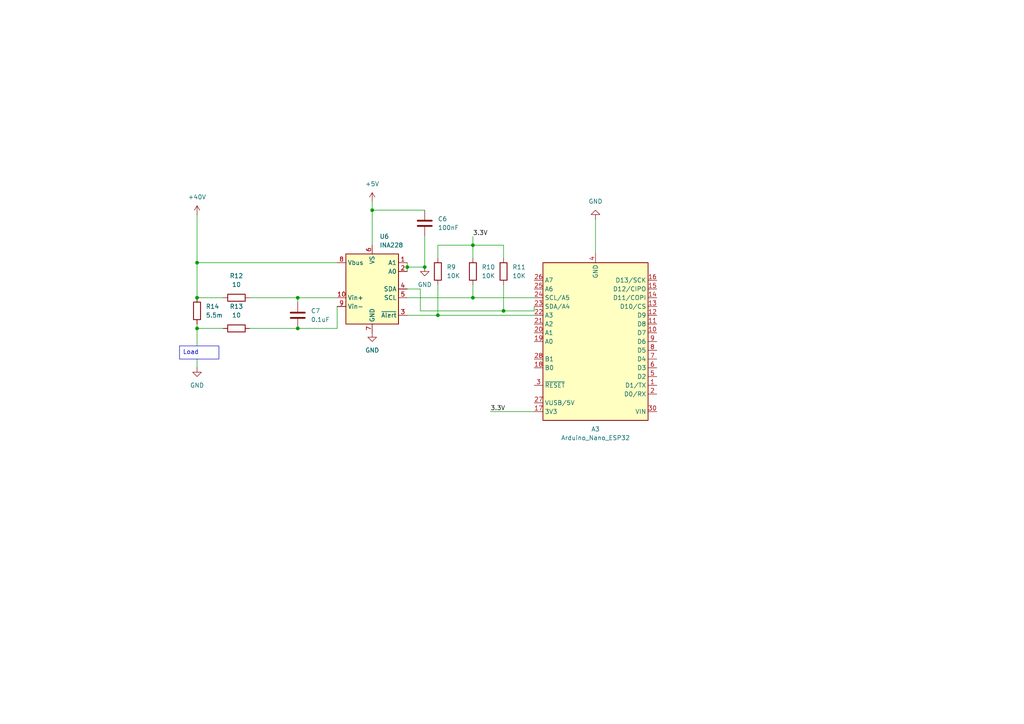
<source format=kicad_sch>
(kicad_sch (version 20250114) (generator "eeschema") (generator_version "9.0")
  (paper "A4")
  (lib_symbols
    (symbol "Device:C" (pin_numbers (hide yes)) (pin_names (offset 0.254))
      (property "Reference" "C" (at 0.635 2.54 0))
      (property "Value" "C" (at 0.635 -2.54 0))
      (symbol "C_0_1"
        (polyline (pts (xy -2.032 0.762) (xy 2.032 0.762)) (stroke (width 0.508)))
        (polyline (pts (xy -2.032 -0.762) (xy 2.032 -0.762)) (stroke (width 0.508)))
      )
      (symbol "C_1_1"
        (pin passive line (at 0 3.81 270) (length 2.794) (name "~") (number "1"))
        (pin passive line (at 0 -3.81 90) (length 2.794) (name "~") (number "2"))
      )
    )
    (symbol "Device:R" (pin_numbers (hide yes)) (pin_names (offset 0))
      (property "Reference" "R" (at 2.032 0 90))
      (property "Value" "R" (at 0 0 90))
      (symbol "R_0_1"
        (rectangle (start -1.016 -2.54) (end 1.016 2.54) (stroke (width 0.254)))
      )
      (symbol "R_1_1"
        (pin passive line (at 0 3.81 270) (length 1.27) (name "~") (number "1"))
        (pin passive line (at 0 -3.81 90) (length 1.27) (name "~") (number "2"))
      )
    )
    (symbol "MCU_Module:Arduino_Nano_ESP32"
      (property "Reference" "A" (at -14.986 23.622 0))
      (property "Value" "Arduino_Nano_ESP32" (at 3.81 -25.654 0))
      (symbol "Arduino_Nano_ESP32_0_1"
        (rectangle (start -15.24 22.86) (end 15.24 -22.86) (stroke (width 0.254)) (fill (type background)))
      )
      (symbol "Arduino_Nano_ESP32_1_1"
        (pin power_in line (at -17.78 20.32 0) (length 2.54) (name "VIN") (number "30"))
        (pin bidirectional line (at -17.78 15.24 0) (length 2.54) (name "D0/RX") (number "2"))
        (pin bidirectional line (at -17.78 12.7 0) (length 2.54) (name "D1/TX") (number "1"))
        (pin bidirectional line (at -17.78 10.16 0) (length 2.54) (name "D2") (number "5"))
        (pin bidirectional line (at -17.78 7.62 0) (length 2.54) (name "D3") (number "6"))
        (pin bidirectional line (at -17.78 5.08 0) (length 2.54) (name "D4") (number "7"))
        (pin bidirectional line (at -17.78 2.54 0) (length 2.54) (name "D5") (number "8"))
        (pin bidirectional line (at -17.78 0 0) (length 2.54) (name "D6") (number "9"))
        (pin bidirectional line (at -17.78 -2.54 0) (length 2.54) (name "D7") (number "10"))
        (pin bidirectional line (at -17.78 -5.08 0) (length 2.54) (name "D8") (number "11"))
        (pin bidirectional line (at -17.78 -7.62 0) (length 2.54) (name "D9") (number "12"))
        (pin bidirectional line (at -17.78 -10.16 0) (length 2.54) (name "D10/CS") (number "13"))
        (pin bidirectional line (at -17.78 -12.7 0) (length 2.54) (name "D11/COPI") (number "14"))
        (pin bidirectional line (at -17.78 -15.24 0) (length 2.54) (name "D12/CIPO") (number "15"))
        (pin bidirectional line (at -17.78 -17.78 0) (length 2.54) (name "D13/SCK") (number "16"))
        (pin passive line (at 0 -25.4 90) (length 2.54) (hide yes) (name "GND") (number "29"))
        (pin power_in line (at 0 -25.4 90) (length 2.54) (name "GND") (number "4"))
        (pin power_out line (at 17.78 20.32 180) (length 2.54) (name "3V3") (number "17"))
        (pin power_out line (at 17.78 17.78 180) (length 2.54) (name "VUSB/5V") (number "27"))
        (pin input line (at 17.78 12.7 180) (length 2.54) (name "~{RESET}") (number "3"))
        (pin bidirectional line (at 17.78 7.62 180) (length 2.54) (name "B0") (number "18"))
        (pin bidirectional line (at 17.78 5.08 180) (length 2.54) (name "B1") (number "28"))
        (pin bidirectional line (at 17.78 0 180) (length 2.54) (name "A0") (number "19"))
        (pin bidirectional line (at 17.78 -2.54 180) (length 2.54) (name "A1") (number "20"))
        (pin bidirectional line (at 17.78 -5.08 180) (length 2.54) (name "A2") (number "21"))
        (pin bidirectional line (at 17.78 -7.62 180) (length 2.54) (name "A3") (number "22"))
        (pin bidirectional line (at 17.78 -10.16 180) (length 2.54) (name "SDA/A4") (number "23"))
        (pin bidirectional line (at 17.78 -12.7 180) (length 2.54) (name "SCL/A5") (number "24"))
        (pin bidirectional line (at 17.78 -15.24 180) (length 2.54) (name "A6") (number "25"))
        (pin bidirectional line (at 17.78 -17.78 180) (length 2.54) (name "A7") (number "26"))
      )
    )
    (symbol "Sensor_Energy:INA228"
      (property "Reference" "U" (at -6.35 11.43 0))
      (property "Value" "INA228" (at 3.81 11.43 0))
      (symbol "INA228_0_1"
        (rectangle (start 7.62 10.16) (end -7.62 -10.16) (stroke (width 0.254)) (fill (type background)))
      )
      (symbol "INA228_1_1"
        (pin input line (at -10.16 7.62 0) (length 2.54) (name "Vbus") (number "8"))
        (pin input line (at -10.16 -2.54 0) (length 2.54) (name "Vin+") (number "10"))
        (pin input line (at -10.16 -5.08 0) (length 2.54) (name "Vin-") (number "9"))
        (pin power_in line (at 0 12.7 270) (length 2.54) (name "VS") (number "6"))
        (pin power_in line (at 0 -12.7 90) (length 2.54) (name "GND") (number "7"))
        (pin input line (at 10.16 7.62 180) (length 2.54) (name "A1") (number "1"))
        (pin input line (at 10.16 5.08 180) (length 2.54) (name "A0") (number "2"))
        (pin bidirectional line (at 10.16 0 180) (length 2.54) (name "SDA") (number "4"))
        (pin input line (at 10.16 -2.54 180) (length 2.54) (name "SCL") (number "5"))
        (pin open_collector line (at 10.16 -7.62 180) (length 2.54) (name "~{Alert}") (number "3"))
      )
    )
    (symbol "power:+48V" (power) (pin_numbers (hide yes)) (pin_names (offset 0) (hide yes))
      (property "Value" "+48V" (at 0 3.556 0))
      (symbol "+48V_0_1"
        (polyline (pts (xy -0.762 1.27) (xy 0 2.54)))
        (polyline (pts (xy 0 2.54) (xy 0.762 1.27)))
        (polyline (pts (xy 0 0) (xy 0 2.54)))
      )
      (symbol "+48V_1_1"
        (pin power_in line (at 0 0 90) (length 0) (name "~") (number "1"))
      )
    )
    (symbol "power:+5V" (power) (pin_numbers (hide yes)) (pin_names (offset 0) (hide yes))
      (property "Value" "+5V" (at 0 3.556 0))
      (symbol "+5V_0_1"
        (polyline (pts (xy -0.762 1.27) (xy 0 2.54)))
        (polyline (pts (xy 0 2.54) (xy 0.762 1.27)))
        (polyline (pts (xy 0 0) (xy 0 2.54)))
      )
      (symbol "+5V_1_1"
        (pin power_in line (at 0 0 90) (length 0) (name "~") (number "1"))
      )
    )
    (symbol "power:GND" (power) (pin_numbers (hide yes)) (pin_names (offset 0) (hide yes))
      (property "Value" "GND" (at 0 -3.81 0))
      (symbol "GND_0_1"
        (polyline (pts (xy 0 0) (xy 0 -1.27) (xy 1.27 -1.27) (xy 0 -2.54) (xy -1.27 -1.27) (xy 0 -1.27)))
      )
      (symbol "GND_1_1"
        (pin power_in line (at 0 0 270) (length 0) (name "~") (number "1"))
      )
    )
  )
  (text_box "Load" (exclude_from_sim yes) (at 52.07 100.33 0) (size 11.43 3.81) (margins 0.9525 0.9525 0.9525 0.9525) (fill (type color)) (effects (font (size 1.27 1.27)) (justify left top)))
  (junction (at 127 91.44))
  (junction (at 137.16 86.36))
  (junction (at 57.15 76.2))
  (junction (at 146.05 90.17))
  (junction (at 137.16 71.12))
  (junction (at 86.36 95.25))
  (junction (at 107.95 60.96))
  (junction (at 123.19 77.47))
  (junction (at 57.15 86.36))
  (junction (at 118.11 77.47))
  (junction (at 57.15 95.25))
  (junction (at 86.36 86.36))
  (wire (pts (xy 57.15 95.25) (xy 57.15 100.33)))
  (wire (pts (xy 127 82.55) (xy 127 91.44)))
  (wire (pts (xy 146.05 90.17) (xy 154.94 90.17)))
  (wire (pts (xy 118.11 77.47) (xy 123.19 77.47)))
  (wire (pts (xy 146.05 71.12) (xy 146.05 74.93)))
  (wire (pts (xy 97.79 86.36) (xy 86.36 86.36)))
  (wire (pts (xy 118.11 91.44) (xy 127 91.44)))
  (wire (pts (xy 127 71.12) (xy 127 74.93)))
  (wire (pts (xy 154.94 90.17) (xy 154.94 88.9)))
  (wire (pts (xy 57.15 62.23) (xy 57.15 76.2)))
  (wire (pts (xy 137.16 74.93) (xy 137.16 71.12)))
  (wire (pts (xy 172.72 63.5) (xy 172.72 73.66)))
  (wire (pts (xy 127 91.44) (xy 154.94 91.44)))
  (wire (pts (xy 107.95 60.96) (xy 107.95 71.12)))
  (wire (pts (xy 146.05 82.55) (xy 146.05 90.17)))
  (wire (pts (xy 118.11 77.47) (xy 118.11 78.74)))
  (wire (pts (xy 72.39 86.36) (xy 86.36 86.36)))
  (wire (pts (xy 118.11 86.36) (xy 137.16 86.36)))
  (wire (pts (xy 57.15 93.98) (xy 57.15 95.25)))
  (wire (pts (xy 123.19 68.58) (xy 123.19 77.47)))
  (wire (pts (xy 118.11 76.2) (xy 118.11 77.47)))
  (wire (pts (xy 86.36 95.25) (xy 97.79 95.25)))
  (wire (pts (xy 57.15 76.2) (xy 57.15 86.36)))
  (wire (pts (xy 57.15 86.36) (xy 64.77 86.36)))
  (wire (pts (xy 57.15 104.14) (xy 57.15 106.68)))
  (wire (pts (xy 107.95 58.42) (xy 107.95 60.96)))
  (wire (pts (xy 127 71.12) (xy 137.16 71.12)))
  (wire (pts (xy 137.16 82.55) (xy 137.16 86.36)))
  (wire (pts (xy 137.16 68.58) (xy 137.16 71.12)))
  (wire (pts (xy 57.15 95.25) (xy 64.77 95.25)))
  (wire (pts (xy 86.36 86.36) (xy 86.36 87.63)))
  (wire (pts (xy 121.92 83.82) (xy 118.11 83.82)))
  (wire (pts (xy 97.79 88.9) (xy 97.79 95.25)))
  (wire (pts (xy 137.16 86.36) (xy 154.94 86.36)))
  (wire (pts (xy 137.16 71.12) (xy 146.05 71.12)))
  (wire (pts (xy 121.92 90.17) (xy 146.05 90.17)))
  (wire (pts (xy 72.39 95.25) (xy 86.36 95.25)))
  (wire (pts (xy 121.92 90.17) (xy 121.92 83.82)))
  (wire (pts (xy 123.19 60.96) (xy 107.95 60.96)))
  (wire (pts (xy 97.79 76.2) (xy 57.15 76.2)))
  (wire (pts (xy 142.24 119.38) (xy 154.94 119.38)))
  (label "3.3V" (at 142.24 119.38 0))
  (label "3.3V" (at 137.16 68.58 0))
  (symbol (lib_id "Device:R") (at 57.15 90.17 0) (unit 1)
    (property "Reference" "R14" (at 59.69 88.8999 0) (effects (justify left)))
    (property "Value" "5.5m" (at 59.69 91.4399 0) (effects (justify left)))
    (property "Description" "Resistor" (effects (hide yes)))
  )
  (symbol (lib_id "power:GND") (at 123.19 77.47 0) (unit 1)
    (property "Reference" "#PWR017" (effects (hide yes)))
    (property "Value" "GND" (at 123.19 82.55 0))
    (property "Description" "Power symbol creates a global label with name \"GND\" , ground" (effects (hide yes)))
  )
  (symbol (lib_id "power:GND") (at 107.95 96.52 0) (unit 1)
    (property "Reference" "#PWR018" (effects (hide yes)))
    (property "Value" "GND" (at 107.95 101.6 0))
    (property "Description" "Power symbol creates a global label with name \"GND\" , ground" (effects (hide yes)))
  )
  (symbol (lib_id "Device:R") (at 68.58 95.25 90) (unit 1)
    (property "Reference" "R13" (at 68.58 88.9 90))
    (property "Value" "10" (at 68.58 91.44 90))
    (property "Description" "Resistor" (effects (hide yes)))
  )
  (symbol (lib_id "Device:C") (at 123.19 64.77 0) (unit 1)
    (property "Reference" "C6" (at 127 63.4999 0) (effects (justify left)))
    (property "Value" "100nF" (at 127 66.0399 0) (effects (justify left)))
    (property "Description" "Unpolarized capacitor" (effects (hide yes)))
  )
  (symbol (lib_id "Sensor_Energy:INA228") (at 107.95 83.82 0) (unit 1)
    (property "Reference" "U6" (at 110.0933 68.58 0) (effects (justify left)))
    (property "Value" "INA228" (at 110.0933 71.12 0) (effects (justify left)))
    (property "Footprint" "Package_SO:VSSOP-10_3x3mm_P0.5mm" (effects (hide yes)))
    (property "Datasheet" "https://www.ti.com/lit/ds/symlink/ina228.pdf" (effects (hide yes)))
    (property "Description" "High-Side or Low-Side Measurement, Bi-Directional Current and Power Monitor (0-85V) with I2C, SMBus-, and PMBus-Compatible Interface, VSSOP-10" (effects (hide yes)))
  )
  (symbol (lib_id "power:GND") (at 172.72 63.5 180) (unit 1)
    (property "Reference" "#PWR016" (effects (hide yes)))
    (property "Value" "GND" (at 172.72 58.42 0))
    (property "Description" "Power symbol creates a global label with name \"GND\" , ground" (effects (hide yes)))
  )
  (symbol (lib_id "Device:R") (at 146.05 78.74 0) (unit 1)
    (property "Reference" "R11" (at 148.59 77.4699 0) (effects (justify left)))
    (property "Value" "10K" (at 148.59 80.0099 0) (effects (justify left)))
    (property "Description" "Resistor" (effects (hide yes)))
  )
  (symbol (lib_id "MCU_Module:Arduino_Nano_ESP32") (at 172.72 99.06 180) (unit 1)
    (property "Reference" "A3" (at 172.72 124.46 0))
    (property "Value" "Arduino_Nano_ESP32" (at 172.72 127 0))
    (property "Footprint" "Module:Arduino_Nano" (effects (hide yes)))
    (property "Datasheet" "https://docs.arduino.cc/resources/datasheets/ABX00083-datasheet.pdf" (effects (hide yes)))
    (property "Description" "Arduino Nano board based on the ESP32-S3 with a dual-core 240 MHz processor, 384 kB ROM, 512 kB SRAM. Operates at 3.3V, with 5V USB-C® input and 6-21V VIN. Features Wi-Fi®, Bluetooth® LE, digital and analog pins, and supports SPI, I2C, UART, I2S, and CAN." (effects (hide yes)))
  )
  (symbol (lib_id "Device:R") (at 127 78.74 0) (unit 1)
    (property "Reference" "R9" (at 129.54 77.4699 0) (effects (justify left)))
    (property "Value" "10K" (at 129.54 80.0099 0) (effects (justify left)))
    (property "Description" "Resistor" (effects (hide yes)))
  )
  (symbol (lib_id "Device:C") (at 86.36 91.44 0) (unit 1)
    (property "Reference" "C7" (at 90.17 90.1699 0) (effects (justify left)))
    (property "Value" "0.1uF" (at 90.17 92.7099 0) (effects (justify left)))
    (property "Description" "Unpolarized capacitor" (effects (hide yes)))
  )
  (symbol (lib_id "power:+5V") (at 107.95 58.42 0) (unit 1)
    (property "Reference" "#PWR015" (effects (hide yes)))
    (property "Value" "+5V" (at 107.95 53.34 0))
    (property "Description" "Power symbol creates a global label with name \"+5V\"" (effects (hide yes)))
  )
  (symbol (lib_id "Device:R") (at 68.58 86.36 90) (unit 1)
    (property "Reference" "R12" (at 68.58 80.01 90))
    (property "Value" "10" (at 68.58 82.55 90))
    (property "Description" "Resistor" (effects (hide yes)))
  )
  (symbol (lib_id "power:GND") (at 57.15 106.68 0) (unit 1)
    (property "Reference" "#PWR020" (effects (hide yes)))
    (property "Value" "GND" (at 57.15 111.76 0))
    (property "Description" "Power symbol creates a global label with name \"GND\" , ground" (effects (hide yes)))
  )
  (symbol (lib_id "power:+48V") (at 57.15 62.23 0) (unit 1)
    (property "Reference" "#PWR019" (effects (hide yes)))
    (property "Value" "+40V" (at 57.15 57.15 0))
    (property "Description" "Power symbol creates a global label with name \"+48V\"" (effects (hide yes)))
  )
  (symbol (lib_id "Device:R") (at 137.16 78.74 0) (unit 1)
    (property "Reference" "R10" (at 139.7 77.4699 0) (effects (justify left)))
    (property "Value" "10K" (at 139.7 80.0099 0) (effects (justify left)))
    (property "Description" "Resistor" (effects (hide yes)))
  )
)
</source>
